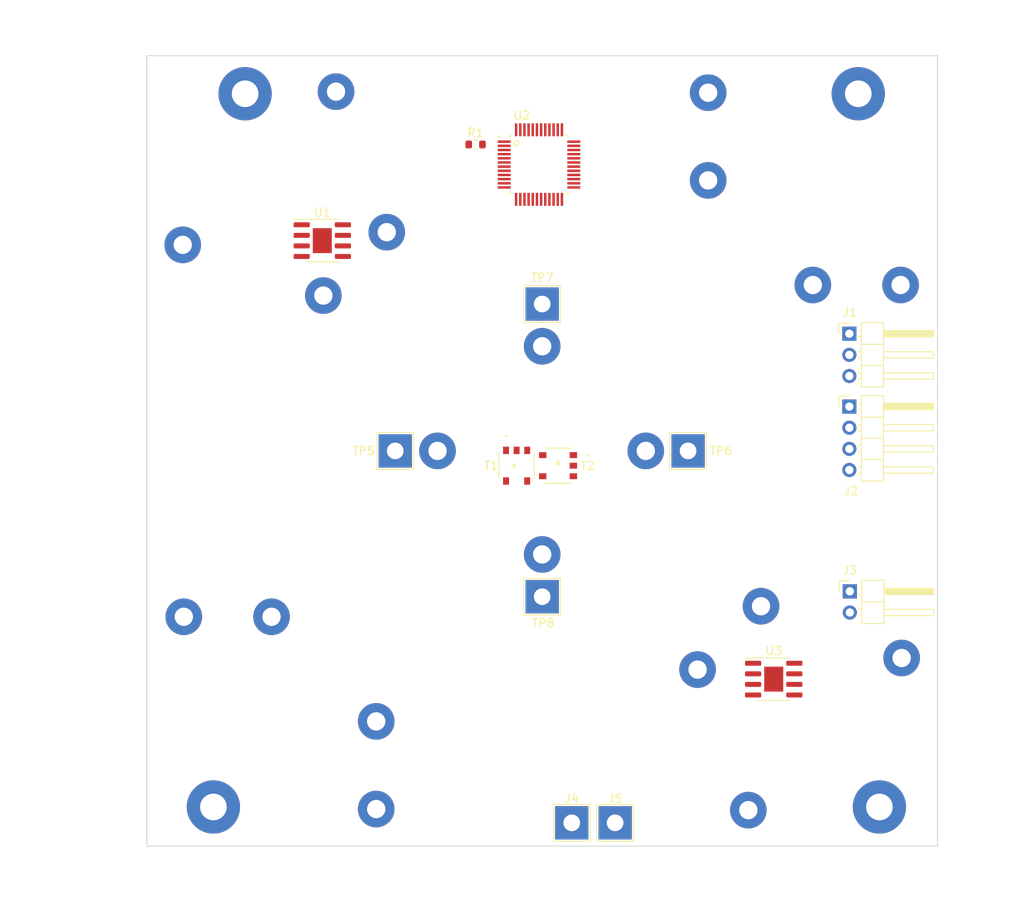
<source format=kicad_pcb>
(kicad_pcb (version 20211014) (generator pcbnew)
  (layers (0 "F.Cu" signal) (1 "In1.Cu" signal) (2 "In2.Cu" signal) (31 "B.Cu" signal) (34 "B.Paste" user) (35 "F.Paste" user) (36 "B.SilkS" user "B.Silkscreen") (37 "F.SilkS" user "F.Silkscreen") (38 "B.Mask" user) (39 "F.Mask" user) (44 "Edge.Cuts" user))
  (net 0 "")
  (net 5 "+3V3")
  (net 6 "GND")
  (net 7 "POWER_EN_R")
  (net 8 "I2C1-SDA")
  (net 9 "I2C1-SCK")
  (net 11 "I2C2-SCK")
  (net 12 "I2C2-SDA")
  (net 13 "SYS-GPIO5")
  (net 14 "SYS-GPIO2")
  (net 15 "SYS-GPIO4")
  (net 16 "SYS-GPIO1")
  (net 17 "SYS-GPIO3")
  (net 18 "SYS-GPIO0")
  (net 19 "NRST")
  (net 22 "SWCLK")
  (net 23 "SWDIO")
  (net 24 "Net-(U2-Pad1)")
  (net 34 "POWER_EN")
  (net 35 "Enable-146")
  (net 36 "Enable-436")
  (net 39 "TEMP-ALERT")
  (net 52 "/BOOT0")
  (net 67 "Net-(J4-Pad1)")
  (net 68 "Net-(J5-Pad1)")
  (net 69 "TO-436-Antenna-2")
  (net 71 "TO-436-Antenna-1")
  (net 72 "TO-146-Antenna-2")
  (net 74 "TO-146-Antenna-1")
  (footprint "MountingHole:MountingHole_2.2mm_M2_Pad_TopBottom" (layer "F.Cu") (at 189.357 75.438)
    (fp_text reference "H24")
    (fp_text value "2.1mm")
    (pad "1" connect circle (at 0 0) (size 4.4 4.4) (layers "F.Cu" "F.Mask"))
    (pad "1" connect circle (at 0 0) (size 4.4 4.4) (layers "B.Cu" "B.Mask"))
    (pad "1" thru_hole circle (at 0 0) (size 2.6 2.6) (drill 2.2) (layers *.Cu *.Mask))
  )
  (footprint "MountingHole:MountingHole_3.2mm_M3_Pad_TopBottom" (layer "F.Cu") (at 194.818 52.451)
    (fp_text reference "H2")
    (fp_text value "MountingHole_Pad")
    (pad "1" connect circle locked (at 0 0) (size 6.4 6.4) (layers "B.Cu" "B.Mask"))
    (pad "1" connect circle locked (at 0 0) (size 6.4 6.4) (layers "F.Cu" "F.Mask"))
    (pad "1" thru_hole circle locked (at 0 0) (size 3.6 3.6) (drill 3.2) (layers *.Cu *.Mask))
  )
  (footprint "MountingHole:MountingHole_2.2mm_M2_Pad_TopBottom" (layer "F.Cu") (at 124.333 115.316)
    (fp_text reference "H7")
    (fp_text value "2.1mm")
    (pad "1" connect circle (at 0 0) (size 4.4 4.4) (layers "F.Cu" "F.Mask"))
    (pad "1" connect circle (at 0 0) (size 4.4 4.4) (layers "B.Cu" "B.Mask"))
    (pad "1" thru_hole circle (at 0 0) (size 2.6 2.6) (drill 2.2) (layers *.Cu *.Mask))
  )
  (footprint "TestPoint:TestPoint_THTPad_4.0x4.0mm_Drill2.0mm" (layer "F.Cu") (at 174.371 95.377)
    (fp_text reference "TP6" (at 3.937 0) (layer "F.SilkS"))
    (fp_text value "TestPoint")
    (fp_line (start -2.2 -2.2) (end 2.2 -2.2) (layer "F.SilkS") (width 0.12))
    (fp_line (start -2.2 2.2) (end -2.2 -2.2) (layer "F.SilkS") (width 0.12))
    (fp_line (start 2.2 -2.2) (end 2.2 2.2) (layer "F.SilkS") (width 0.12))
    (fp_line (start 2.2 2.2) (end -2.2 2.2) (layer "F.SilkS") (width 0.12))
    (pad "1" thru_hole rect (at 0 0) (size 4 4) (drill 2) (layers *.Cu *.Mask) (net 69 "TO-436-Antenna-2"))
  )
  (footprint "TestPoint:TestPoint_THTPad_4.0x4.0mm_Drill2.0mm" (layer "F.Cu") (at 139.192 95.377)
    (fp_text reference "TP5" (at -3.81 0) (layer "F.SilkS"))
    (fp_text value "TestPoint")
    (fp_line (start 2.2 2.2) (end -2.2 2.2) (layer "F.SilkS") (width 0.12))
    (fp_line (start -2.2 -2.2) (end 2.2 -2.2) (layer "F.SilkS") (width 0.12))
    (fp_line (start -2.2 2.2) (end -2.2 -2.2) (layer "F.SilkS") (width 0.12))
    (fp_line (start 2.2 -2.2) (end 2.2 2.2) (layer "F.SilkS") (width 0.12))
    (pad "1" thru_hole rect (at 0 0) (size 4 4) (drill 2) (layers *.Cu *.Mask) (net 71 "TO-436-Antenna-1"))
  )
  (footprint "Connector_PinHeader_2.54mm:PinHeader_1x02_P2.54mm_Horizontal" (layer "F.Cu") (at 193.802 112.263)
    (fp_text reference "J3" (at 0 -2.535) (layer "F.SilkS"))
    (fp_text value "Conn_01x02_Male")
    (fp_line (start 10.1 -0.38) (end 10.1 0.38) (layer "F.SilkS") (width 0.12))
    (fp_line (start 10.1 2.16) (end 10.1 2.92) (layer "F.SilkS") (width 0.12))
    (fp_line (start 1.042929 2.92) (end 1.44 2.92) (layer "F.SilkS") (width 0.12))
    (fp_line (start 4.1 0.28) (end 10.1 0.28) (layer "F.SilkS") (width 0.12))
    (fp_line (start 4.1 0.04) (end 10.1 0.04) (layer "F.SilkS") (width 0.12))
    (fp_line (start 4.1 3.87) (end 4.1 -1.33) (layer "F.SilkS") (width 0.12))
    (fp_line (start -1.27 0) (end -1.27 -1.27) (layer "F.SilkS") (width 0.12))
    (fp_line (start -1.27 -1.27) (end 0 -1.27) (layer "F.SilkS") (width 0.12))
    (fp_line (start 1.44 1.27) (end 4.1 1.27) (layer "F.SilkS") (width 0.12))
    (fp_line (start 4.1 -0.2) (end 10.1 -0.2) (layer "F.SilkS") (width 0.12))
    (fp_line (start 4.1 2.16) (end 10.1 2.16) (layer "F.SilkS") (width 0.12))
    (fp_line (start 1.11 -0.38) (end 1.44 -0.38) (layer "F.SilkS") (width 0.12))
    (fp_line (start 1.11 0.38) (end 1.44 0.38) (layer "F.SilkS") (width 0.12))
    (fp_line (start 1.042929 2.16) (end 1.44 2.16) (layer "F.SilkS") (width 0.12))
    (fp_line (start 4.1 -0.32) (end 10.1 -0.32) (layer "F.SilkS") (width 0.12))
    (fp_line (start 4.1 -0.08) (end 10.1 -0.08) (layer "F.SilkS") (width 0.12))
    (fp_line (start 1.44 -1.33) (end 1.44 3.87) (layer "F.SilkS") (width 0.12))
    (fp_line (start 10.1 2.92) (end 4.1 2.92) (layer "F.SilkS") (width 0.12))
    (fp_line (start 4.1 -0.38) (end 10.1 -0.38) (layer "F.SilkS") (width 0.12))
    (fp_line (start 4.1 -1.33) (end 1.44 -1.33) (layer "F.SilkS") (width 0.12))
    (fp_line (start 10.1 0.38) (end 4.1 0.38) (layer "F.SilkS") (width 0.12))
    (fp_line (start 1.44 3.87) (end 4.1 3.87) (layer "F.SilkS") (width 0.12))
    (fp_line (start 4.1 0.16) (end 10.1 0.16) (layer "F.SilkS") (width 0.12))
    (pad "1" thru_hole rect (at 0 0) (size 1.7 1.7) (drill 1) (layers *.Cu *.Mask) (net 7 "POWER_EN_R"))
    (pad "2" thru_hole oval (at 0 2.54) (size 1.7 1.7) (drill 1) (layers *.Cu *.Mask) (net 6 "GND"))
  )
  (footprint "MountingHole:MountingHole_2.2mm_M2_Pad_TopBottom" (layer "F.Cu") (at 136.906 138.43)
    (fp_text reference "H6")
    (fp_text value "2.1mm")
    (pad "1" connect circle (at 0 0) (size 4.4 4.4) (layers "F.Cu" "F.Mask"))
    (pad "1" thru_hole circle (at 0 0) (size 2.6 2.6) (drill 2.2) (layers *.Cu *.Mask))
    (pad "1" connect circle (at 0 0) (size 4.4 4.4) (layers "B.Cu" "B.Mask"))
  )
  (footprint "MountingHole:MountingHole_3.2mm_M3_Pad_TopBottom" (layer "F.Cu") (at 121.158 52.451)
    (fp_text reference "H1")
    (fp_text value "MountingHole_Pad")
    (pad "1" thru_hole circle locked (at 0 0) (size 3.6 3.6) (drill 3.2) (layers *.Cu *.Mask))
    (pad "1" connect circle locked (at 0 0) (size 6.4 6.4) (layers "F.Cu" "F.Mask"))
    (pad "1" connect circle locked (at 0 0) (size 6.4 6.4) (layers "B.Cu" "B.Mask"))
  )
  (footprint "MountingHole:MountingHole_2.2mm_M2_Pad_TopBottom" (layer "F.Cu") (at 138.176 69.088)
    (fp_text reference "H20")
    (fp_text value "2.1mm")
    (pad "1" connect circle (at 0 0) (size 4.4 4.4) (layers "F.Cu" "F.Mask"))
    (pad "1" thru_hole circle (at 0 0) (size 2.6 2.6) (drill 2.2) (layers *.Cu *.Mask))
    (pad "1" connect circle (at 0 0) (size 4.4 4.4) (layers "B.Cu" "B.Mask"))
  )
  (footprint "MountingHole:MountingHole_2.2mm_M2_Pad_TopBottom" (layer "F.Cu") (at 113.792 115.316)
    (fp_text reference "H8")
    (fp_text value "2.1mm")
    (pad "1" connect circle (at 0 0) (size 4.4 4.4) (layers "B.Cu" "B.Mask"))
    (pad "1" connect circle (at 0 0) (size 4.4 4.4) (layers "F.Cu" "F.Mask"))
    (pad "1" thru_hole circle (at 0 0) (size 2.6 2.6) (drill 2.2) (layers *.Cu *.Mask))
  )
  (footprint "MountingHole:MountingHole_2.2mm_M2_Pad_TopBottom" (layer "F.Cu") (at 200.025 120.269)
    (fp_text reference "H10")
    (fp_text value "2.1mm")
    (pad "1" thru_hole circle (at 0 0) (size 2.6 2.6) (drill 2.2) (layers *.Cu *.Mask))
    (pad "1" connect circle (at 0 0) (size 4.4 4.4) (layers "F.Cu" "F.Mask"))
    (pad "1" connect circle (at 0 0) (size 4.4 4.4) (layers "B.Cu" "B.Mask"))
  )
  (footprint "MountingHole:MountingHole_2.2mm_M2_Pad_TopBottom" (layer "F.Cu") (at 144.272 95.377)
    (fp_text reference "H17")
    (fp_text value "2.1mm")
    (pad "1" connect circle (at 0 0) (size 4.4 4.4) (layers "B.Cu" "B.Mask"))
    (pad "1" thru_hole circle (at 0 0) (size 2.6 2.6) (drill 2.2) (layers *.Cu *.Mask))
    (pad "1" connect circle (at 0 0) (size 4.4 4.4) (layers "F.Cu" "F.Mask"))
  )
  (footprint "TestPoint:TestPoint_THTPad_4.0x4.0mm_Drill2.0mm" (layer "F.Cu") (at 156.845 77.724)
    (fp_text reference "TP7" (at 0 -3.175) (layer "F.SilkS"))
    (fp_text value "TestPoint")
    (fp_line (start 2.2 2.2) (end -2.2 2.2) (layer "F.SilkS") (width 0.12))
    (fp_line (start 2.2 -2.2) (end 2.2 2.2) (layer "F.SilkS") (width 0.12))
    (fp_line (start -2.2 2.2) (end -2.2 -2.2) (layer "F.SilkS") (width 0.12))
    (fp_line (start -2.2 -2.2) (end 2.2 -2.2) (layer "F.SilkS") (width 0.12))
    (pad "1" thru_hole rect (at 0 0) (size 4 4) (drill 2) (layers *.Cu *.Mask) (net 74 "TO-146-Antenna-1"))
  )
  (footprint "Resistor_SMD:R_0603_1608Metric" (layer "F.Cu") (at 148.844 58.547)
    (fp_text reference "R1" (at 0 -1.43) (layer "F.SilkS"))
    (fp_text value "100k")
    (fp_line (start -0.237258 0.5225) (end 0.237258 0.5225) (layer "F.SilkS") (width 0.12))
    (fp_line (start -0.237258 -0.5225) (end 0.237258 -0.5225) (layer "F.SilkS") (width 0.12))
    (pad "1" smd roundrect (at -0.825 0) (size 0.8 0.95) (layers "F.Cu" "F.Paste" "F.Mask") (net 34 "POWER_EN"))
    (pad "2" smd roundrect (at 0.825 0) (size 0.8 0.95) (layers "F.Cu" "F.Paste" "F.Mask") (net 7 "POWER_EN_R"))
  )
  (footprint "TestPoint:TestPoint_THTPad_4.0x4.0mm_Drill2.0mm" (layer "F.Cu") (at 160.401 140.081)
    (fp_text reference "J4" (at 0 -2.898) (layer "F.SilkS"))
    (fp_text value "Conn_Coaxial")
    (fp_line (start -2.2 -2.2) (end 2.2 -2.2) (layer "F.SilkS") (width 0.12))
    (fp_line (start -2.2 2.2) (end -2.2 -2.2) (layer "F.SilkS") (width 0.12))
    (fp_line (start 2.2 2.2) (end -2.2 2.2) (layer "F.SilkS") (width 0.12))
    (fp_line (start 2.2 -2.2) (end 2.2 2.2) (layer "F.SilkS") (width 0.12))
    (pad "1" thru_hole rect (at 0 0) (size 4 4) (drill 2) (layers *.Cu *.Mask) (net 67 "Net-(J4-Pad1)"))
  )
  (footprint "MountingHole:MountingHole_3.2mm_M3_Pad_TopBottom" (layer "F.Cu") (at 117.348 138.176)
    (fp_text reference "H4")
    (fp_text value "MountingHole_Pad")
    (pad "1" connect circle locked (at 0 0) (size 6.4 6.4) (layers "F.Cu" "F.Mask"))
    (pad "1" connect circle locked (at 0 0) (size 6.4 6.4) (layers "B.Cu" "B.Mask"))
    (pad "1" thru_hole circle locked (at 0 0) (size 3.6 3.6) (drill 3.2) (layers *.Cu *.Mask))
  )
  (footprint "MountingHole:MountingHole_2.2mm_M2_Pad_TopBottom" (layer "F.Cu") (at 183.134 114.046)
    (fp_text reference "H12")
    (fp_text value "2.1mm")
    (pad "1" connect circle (at 0 0) (size 4.4 4.4) (layers "F.Cu" "F.Mask"))
    (pad "1" thru_hole circle (at 0 0) (size 2.6 2.6) (drill 2.2) (layers *.Cu *.Mask))
    (pad "1" connect circle (at 0 0) (size 4.4 4.4) (layers "B.Cu" "B.Mask"))
  )
  (footprint "MountingHole:MountingHole_2.2mm_M2_Pad_TopBottom" (layer "F.Cu") (at 176.784 52.324)
    (fp_text reference "H22")
    (fp_text value "2.1mm")
    (pad "1" connect circle (at 0 0) (size 4.4 4.4) (layers "B.Cu" "B.Mask"))
    (pad "1" connect circle (at 0 0) (size 4.4 4.4) (layers "F.Cu" "F.Mask"))
    (pad "1" thru_hole circle (at 0 0) (size 2.6 2.6) (drill 2.2) (layers *.Cu *.Mask))
  )
  (footprint "MountingHole:MountingHole_2.2mm_M2_Pad_TopBottom" (layer "F.Cu") (at 175.514 121.666)
    (fp_text reference "H11")
    (fp_text value "2.1mm")
    (pad "1" thru_hole circle (at 0 0) (size 2.6 2.6) (drill 2.2) (layers *.Cu *.Mask))
    (pad "1" connect circle (at 0 0) (size 4.4 4.4) (layers "B.Cu" "B.Mask"))
    (pad "1" connect circle (at 0 0) (size 4.4 4.4) (layers "F.Cu" "F.Mask"))
  )
  (footprint "MountingHole:MountingHole_2.2mm_M2_Pad_TopBottom" (layer "F.Cu") (at 199.898 75.438)
    (fp_text reference "H21")
    (fp_text value "2.1mm")
    (pad "1" connect circle (at 0 0) (size 4.4 4.4) (layers "B.Cu" "B.Mask"))
    (pad "1" connect circle (at 0 0) (size 4.4 4.4) (layers "F.Cu" "F.Mask"))
    (pad "1" thru_hole circle (at 0 0) (size 2.6 2.6) (drill 2.2) (layers *.Cu *.Mask))
  )
  (footprint "MountingHole:MountingHole_2.2mm_M2_Pad_TopBottom" (layer "F.Cu") (at 132.08 52.197)
    (fp_text reference "H18")
    (fp_text value "2.1mm")
    (pad "1" connect circle (at 0 0) (size 4.4 4.4) (layers "B.Cu" "B.Mask"))
    (pad "1" connect circle (at 0 0) (size 4.4 4.4) (layers "F.Cu" "F.Mask"))
    (pad "1" thru_hole circle (at 0 0) (size 2.6 2.6) (drill 2.2) (layers *.Cu *.Mask))
  )
  (footprint "TestPoint:TestPoint_THTPad_4.0x4.0mm_Drill2.0mm" (layer "F.Cu") (at 165.608 140.081)
    (fp_text reference "J5" (at 0 -2.898) (layer "F.SilkS"))
    (fp_text value "Conn_Coaxial")
    (fp_line (start 2.2 2.2) (end -2.2 2.2) (layer "F.SilkS") (width 0.12))
    (fp_line (start -2.2 -2.2) (end 2.2 -2.2) (layer "F.SilkS") (width 0.12))
    (fp_line (start 2.2 -2.2) (end 2.2 2.2) (layer "F.SilkS") (width 0.12))
    (fp_line (start -2.2 2.2) (end -2.2 -2.2) (layer "F.SilkS") (width 0.12))
    (pad "1" thru_hole rect (at 0 0) (size 4 4) (drill 2) (layers *.Cu *.Mask) (net 68 "Net-(J5-Pad1)"))
  )
  (footprint "MountingHole:MountingHole_2.2mm_M2_Pad_TopBottom" (layer "F.Cu") (at 156.845 82.804)
    (fp_text reference "H15")
    (fp_text value "2.1mm")
    (pad "1" connect circle (at 0 0) (size 4.4 4.4) (layers "B.Cu" "B.Mask"))
    (pad "1" connect circle (at 0 0) (size 4.4 4.4) (layers "F.Cu" "F.Mask"))
    (pad "1" thru_hole circle (at 0 0) (size 2.6 2.6) (drill 2.2) (layers *.Cu *.Mask))
  )
  (footprint "qset-footprints:MABA-007159-000000" (layer "F.Cu") (at 158.75 97.155 180)
    (fp_text reference "T2" (at -3.556 -0.0254) (layer "F.SilkS"))
    (fp_text value "MABA-007159-000000")
    (fp_text user "*" (at 0 0) (layer "F.SilkS"))
    (fp_line (start -1.524 2.1082) (end 1.524 2.1082) (layer "F.SilkS") (width 0.12))
    (fp_line (start 1.524 -2.1082) (end -1.524 -2.1082) (layer "F.SilkS") (width 0.12))
    (fp_circle (center -3.6068 1.27) (end -3.5052 1.27) (layer "F.SilkS") (width 0.12) (fill none))
    (pad "1" smd rect locked (at -1.8415 1.27 180) (size 0.889 0.7112) (layers "F.Cu" "F.Paste" "F.Mask") (net 74 "TO-146-Antenna-1"))
    (pad "2" smd rect locked (at -1.8415 0 180) (size 0.889 0.7112) (layers "F.Cu" "F.Paste" "F.Mask"))
    (pad "3" smd rect locked (at -1.8415 -1.27 180) (size 0.889 0.7112) (layers "F.Cu" "F.Paste" "F.Mask") (net 72 "TO-146-Antenna-2"))
    (pad "4" smd rect locked (at 1.8415 -1.27 180) (size 0.889 0.7112) (layers "F.Cu" "F.Paste" "F.Mask") (net 6 "GND"))
    (pad "5" smd rect locked (at 1.8415 1.27 180) (size 0.889 0.7112) (layers "F.Cu" "F.Paste" "F.Mask") (net 68 "Net-(J5-Pad1)"))
  )
  (footprint "Connector_PinHeader_2.54mm:PinHeader_1x04_P2.54mm_Horizontal" (layer "F.Cu") (at 193.745 90.053)
    (fp_text reference "J2" (at 0.184 10.15) (layer "F.SilkS"))
    (fp_text value "Conn_01x04")
    (fp_line (start 4.1 7.24) (end 10.1 7.24) (layer "F.SilkS") (width 0.12))
    (fp_line (start 1.11 -0.38) (end 1.44 -0.38) (layer "F.SilkS") (width 0.12))
    (fp_line (start 10.1 4.7) (end 10.1 5.46) (layer "F.SilkS") (width 0.12))
    (fp_line (start 1.44 6.35) (end 4.1 6.35) (layer "F.SilkS") (width 0.12))
    (fp_line (start 1.042929 5.46) (end 1.44 5.46) (layer "F.SilkS") (width 0.12))
    (fp_line (start 10.1 7.24) (end 10.1 8) (layer "F.SilkS") (width 0.12))
    (fp_line (start 1.042929 8) (end 1.44 8) (layer "F.SilkS") (width 0.12))
    (fp_line (start 1.042929 4.7) (end 1.44 4.7) (layer "F.SilkS") (width 0.12))
    (fp_line (start 1.44 -1.33) (end 1.44 8.95) (layer "F.SilkS") (width 0.12))
    (fp_line (start 1.44 1.27) (end 4.1 1.27) (layer "F.SilkS") (width 0.12))
    (fp_line (start 4.1 4.7) (end 10.1 4.7) (layer "F.SilkS") (width 0.12))
    (fp_line (start 4.1 0.04) (end 10.1 0.04) (layer "F.SilkS") (width 0.12))
    (fp_line (start 4.1 8.95) (end 4.1 -1.33) (layer "F.SilkS") (width 0.12))
    (fp_line (start 4.1 0.16) (end 10.1 0.16) (layer "F.SilkS") (width 0.12))
    (fp_line (start 10.1 5.46) (end 4.1 5.46) (layer "F.SilkS") (width 0.12))
    (fp_line (start 10.1 2.16) (end 10.1 2.92) (layer "F.SilkS") (width 0.12))
    (fp_line (start 1.042929 2.16) (end 1.44 2.16) (layer "F.SilkS") (width 0.12))
    (fp_line (start 1.042929 7.24) (end 1.44 7.24) (layer "F.SilkS") (width 0.12))
    (fp_line (start 10.1 8) (end 4.1 8) (layer "F.SilkS") (width 0.12))
    (fp_line (start 1.44 3.81) (end 4.1 3.81) (layer "F.SilkS") (width 0.12))
    (fp_line (start 4.1 -0.2) (end 10.1 -0.2) (layer "F.SilkS") (width 0.12))
    (fp_line (start 4.1 -1.33) (end 1.44 -1.33) (layer "F.SilkS") (width 0.12))
    (fp_line (start 1.44 8.95) (end 4.1 8.95) (layer "F.SilkS") (width 0.12))
    (fp_line (start -1.27 -1.27) (end 0 -1.27) (layer "F.SilkS") (width 0.12))
    (fp_line (start 4.1 2.16) (end 10.1 2.16) (layer "F.SilkS") (width 0.12))
    (fp_line (start 4.1 -0.08) (end 10.1 -0.08) (layer "F.SilkS") (width 0.12))
    (fp_line (start -1.27 0) (end -1.27 -1.27) (layer "F.SilkS") (width 0.12))
    (fp_line (start 1.042929 2.92) (end 1.44 2.92) (layer "F.SilkS") (width 0.12))
    (fp_line (start 4.1 -0.32) (end 10.1 -0.32) (layer "F.SilkS") (width 0.12))
    (fp_line (start 10.1 -0.38) (end 10.1 0.38) (layer "F.SilkS") (width 0.12))
    (fp_line (start 1.11 0.38) (end 1.44 0.38) (layer "F.SilkS") (width 0.12))
    (fp_line (start 4.1 -0.38) (end 10.1 -0.38) (layer "F.SilkS") (width 0.12))
    (fp_line (start 4.1 0.28) (end 10.1 0.28) (layer "F.SilkS") (width 0.12))
    (fp_line (start 10.1 0.38) (end 4.1 0.38) (layer "F.SilkS") (width 0.12))
    (fp_line (start 10.1 2.92) (end 4.1 2.92) (layer "F.SilkS") (width 0.12))
    (pad "1" thru_hole rect (at 0 0) (size 1.7 1.7) (drill 1) (layers *.Cu *.Mask) (net 5 "+3V3"))
    (pad "2" thru_hole oval (at 0 2.54) (size 1.7 1.7) (drill 1) (layers *.Cu *.Mask) (net 8 "I2C1-SDA"))
    (pad "3" thru_hole oval (at 0 5.08) (size 1.7 1.7) (drill 1) (layers *.Cu *.Mask) (net 9 "I2C1-SCK"))
    (pad "4" thru_hole oval (at 0 7.62) (size 1.7 1.7) (drill 1) (layers *.Cu *.Mask) (net 6 "GND"))
  )
  (footprint "Package_SO:SOIC-8-1EP_3.9x4.9mm_P1.27mm_EP2.29x3mm" (layer "F.Cu") (at 130.429 70.104)
    (fp_text reference "U1" (at 0 -3.4) (layer "F.SilkS"))
    (fp_text value "SC4216HSETRT")
    (fp_line (start 0 -2.56) (end -3.45 -2.56) (layer "F.SilkS") (width 0.12))
    (fp_line (start 0 2.56) (end -1.95 2.56) (layer "F.SilkS") (width 0.12))
    (fp_line (start 0 2.56) (end 1.95 2.56) (layer "F.SilkS") (width 0.12))
    (fp_line (start 0 -2.56) (end 1.95 -2.56) (layer "F.SilkS") (width 0.12))
    (pad "1" smd roundrect (at -2.475 -1.905) (size 1.95 0.6) (layers "F.Cu" "F.Paste" "F.Mask"))
    (pad "2" smd roundrect (at -2.475 -0.635) (size 1.95 0.6) (layers "F.Cu" "F.Paste" "F.Mask"))
    (pad "3" smd roundrect (at -2.475 0.635) (size 1.95 0.6) (layers "F.Cu" "F.Paste" "F.Mask"))
    (pad "4" smd roundrect (at -2.475 1.905) (size 1.95 0.6) (layers "F.Cu" "F.Paste" "F.Mask"))
    (pad "5" smd roundrect (at 2.475 1.905) (size 1.95 0.6) (layers "F.Cu" "F.Paste" "F.Mask"))
    (pad "6" smd roundrect (at 2.475 0.635) (size 1.95 0.6) (layers "F.Cu" "F.Paste" "F.Mask"))
    (pad "7" smd roundrect (at 2.475 -0.635) (size 1.95 0.6) (layers "F.Cu" "F.Paste" "F.Mask"))
    (pad "8" smd roundrect (at 2.475 -1.905) (size 1.95 0.6) (layers "F.Cu" "F.Paste" "F.Mask"))
    (pad "9" smd rect (at 0 0) (size 2.29 3) (layers "F.Cu" "F.Mask"))
  )
  (footprint "MountingHole:MountingHole_2.2mm_M2_Pad_TopBottom" (layer "F.Cu") (at 130.556 76.708)
    (fp_text reference "H19")
    (fp_text value "2.1mm")
    (pad "1" connect circle (at 0 0) (size 4.4 4.4) (layers "F.Cu" "F.Mask"))
    (pad "1" connect circle (at 0 0) (size 4.4 4.4) (layers "B.Cu" "B.Mask"))
    (pad "1" thru_hole circle (at 0 0) (size 2.6 2.6) (drill 2.2) (layers *.Cu *.Mask))
  )
  (footprint "TestPoint:TestPoint_THTPad_4.0x4.0mm_Drill2.0mm" (layer "F.Cu") (at 156.845 112.903)
    (fp_text reference "TP8" (at 0.127 3.175) (layer "F.SilkS"))
    (fp_text value "TestPoint")
    (fp_line (start 2.2 2.2) (end -2.2 2.2) (layer "F.SilkS") (width 0.12))
    (fp_line (start -2.2 2.2) (end -2.2 -2.2) (layer "F.SilkS") (width 0.12))
    (fp_line (start -2.2 -2.2) (end 2.2 -2.2) (layer "F.SilkS") (width 0.12))
    (fp_line (start 2.2 -2.2) (end 2.2 2.2) (layer "F.SilkS") (width 0.12))
    (pad "1" thru_hole rect (at 0 0) (size 4 4) (drill 2) (layers *.Cu *.Mask) (net 72 "TO-146-Antenna-2"))
  )
  (footprint "Package_SO:SOIC-8-1EP_3.9x4.9mm_P1.27mm_EP2.29x3mm" (layer "F.Cu") (at 184.658 122.809)
    (fp_text reference "U3" (at 0 -3.4) (layer "F.SilkS"))
    (fp_text value "SC4216HSETRT")
    (fp_line (start 0 -2.56) (end -3.45 -2.56) (layer "F.SilkS") (width 0.12))
    (fp_line (start 0 -2.56) (end 1.95 -2.56) (layer "F.SilkS") (width 0.12))
    (fp_line (start 0 2.56) (end -1.95 2.56) (layer "F.SilkS") (width 0.12))
    (fp_line (start 0 2.56) (end 1.95 2.56) (layer "F.SilkS") (width 0.12))
    (pad "1" smd roundrect (at -2.475 -1.905) (size 1.95 0.6) (layers "F.Cu" "F.Paste" "F.Mask"))
    (pad "2" smd roundrect (at -2.475 -0.635) (size 1.95 0.6) (layers "F.Cu" "F.Paste" "F.Mask"))
    (pad "3" smd roundrect (at -2.475 0.635) (size 1.95 0.6) (layers "F.Cu" "F.Paste" "F.Mask"))
    (pad "4" smd roundrect (at -2.475 1.905) (size 1.95 0.6) (layers "F.Cu" "F.Paste" "F.Mask"))
    (pad "5" smd roundrect (at 2.475 1.905) (size 1.95 0.6) (layers "F.Cu" "F.Paste" "F.Mask"))
    (pad "6" smd roundrect (at 2.475 0.635) (size 1.95 0.6) (layers "F.Cu" "F.Paste" "F.Mask"))
    (pad "7" smd roundrect (at 2.475 -0.635) (size 1.95 0.6) (layers "F.Cu" "F.Paste" "F.Mask"))
    (pad "8" smd roundrect (at 2.475 -1.905) (size 1.95 0.6) (layers "F.Cu" "F.Paste" "F.Mask"))
    (pad "9" smd rect (at 0 0) (size 2.29 3) (layers "F.Cu" "F.Mask"))
  )
  (footprint "Connector_PinHeader_2.54mm:PinHeader_1x03_P2.54mm_Horizontal" (layer "F.Cu") (at 193.745 81.295)
    (fp_text reference "J1" (at 0.057 -2.555) (layer "F.SilkS"))
    (fp_text value "Conn_01x03")
    (fp_line (start 10.1 0.38) (end 4.1 0.38) (layer "F.SilkS") (width 0.12))
    (fp_line (start 1.11 0.38) (end 1.44 0.38) (layer "F.SilkS") (width 0.12))
    (fp_line (start 4.1 2.16) (end 10.1 2.16) (layer "F.SilkS") (width 0.12))
    (fp_line (start 10.1 -0.38) (end 10.1 0.38) (layer "F.SilkS") (width 0.12))
    (fp_line (start 1.44 6.41) (end 4.1 6.41) (layer "F.SilkS") (width 0.12))
    (fp_line (start 4.1 -0.32) (end 10.1 -0.32) (layer "F.SilkS") (width 0.12))
    (fp_line (start -1.27 0) (end -1.27 -1.27) (layer "F.SilkS") (width 0.12))
    (fp_line (start 4.1 0.28) (end 10.1 0.28) (layer "F.SilkS") (width 0.12))
    (fp_line (start 4.1 -0.2) (end 10.1 -0.2) (layer "F.SilkS") (width 0.12))
    (fp_line (start 4.1 0.16) (end 10.1 0.16) (layer "F.SilkS") (width 0.12))
    (fp_line (start -1.27 -1.27) (end 0 -1.27) (layer "F.SilkS") (width 0.12))
    (fp_line (start 4.1 0.04) (end 10.1 0.04) (layer "F.SilkS") (width 0.12))
    (fp_line (start 10.1 2.16) (end 10.1 2.92) (layer "F.SilkS") (width 0.12))
    (fp_line (start 10.1 4.7) (end 10.1 5.46) (layer "F.SilkS") (width 0.12))
    (fp_line (start 10.1 5.46) (end 4.1 5.46) (layer "F.SilkS") (width 0.12))
    (fp_line (start 4.1 -0.38) (end 10.1 -0.38) (layer "F.SilkS") (width 0.12))
    (fp_line (start 1.042929 4.7) (end 1.44 4.7) (layer "F.SilkS") (width 0.12))
    (fp_line (start 1.042929 2.92) (end 1.44 2.92) (layer "F.SilkS") (width 0.12))
    (fp_line (start 4.1 6.41) (end 4.1 -1.33) (layer "F.SilkS") (width 0.12))
    (fp_line (start 1.11 -0.38) (end 1.44 -0.38) (layer "F.SilkS") (width 0.12))
    (fp_line (start 10.1 2.92) (end 4.1 2.92) (layer "F.SilkS") (width 0.12))
    (fp_line (start 1.042929 2.16) (end 1.44 2.16) (layer "F.SilkS") (width 0.12))
    (fp_line (start 4.1 4.7) (end 10.1 4.7) (layer "F.SilkS") (width 0.12))
    (fp_line (start 1.042929 5.46) (end 1.44 5.46) (layer "F.SilkS") (width 0.12))
    (fp_line (start 4.1 -0.08) (end 10.1 -0.08) (layer "F.SilkS") (width 0.12))
    (fp_line (start 1.44 3.81) (end 4.1 3.81) (layer "F.SilkS") (width 0.12))
    (fp_line (start 1.44 -1.33) (end 1.44 6.41) (layer "F.SilkS") (width 0.12))
    (fp_line (start 4.1 -1.33) (end 1.44 -1.33) (layer "F.SilkS") (width 0.12))
    (fp_line (start 1.44 1.27) (end 4.1 1.27) (layer "F.SilkS") (width 0.12))
    (pad "1" thru_hole rect (at 0 0) (size 1.7 1.7) (drill 1) (layers *.Cu *.Mask) (net 23 "SWDIO"))
    (pad "2" thru_hole oval (at 0 2.54) (size 1.7 1.7) (drill 1) (layers *.Cu *.Mask) (net 22 "SWCLK"))
    (pad "3" thru_hole oval (at 0 5.08) (size 1.7 1.7) (drill 1) (layers *.Cu *.Mask) (net 19 "NRST"))
  )
  (footprint "qset-footprints:MABA-007159-000000" (layer "F.Cu") (at 153.7716 97.155 -90)
    (fp_text reference "T1" (at 0 3.048) (layer "F.SilkS"))
    (fp_text value "MABA-007159-000000")
    (fp_text user "*" (at 0 0 90) (layer "F.SilkS"))
    (fp_line (start -1.524 2.1082) (end 1.524 2.1082) (layer "F.SilkS") (width 0.12))
    (fp_line (start 1.524 -2.1082) (end -1.524 -2.1082) (layer "F.SilkS") (width 0.12))
    (fp_circle (center -3.6068 1.27) (end -3.5052 1.27) (layer "F.SilkS") (width 0.12) (fill none))
    (pad "1" smd rect locked (at -1.8415 1.27 270) (size 0.889 0.7112) (layers "F.Cu" "F.Paste" "F.Mask") (net 71 "TO-436-Antenna-1"))
    (pad "2" smd rect locked (at -1.8415 0 270) (size 0.889 0.7112) (layers "F.Cu" "F.Paste" "F.Mask"))
    (pad "3" smd rect locked (at -1.8415 -1.27 270) (size 0.889 0.7112) (layers "F.Cu" "F.Paste" "F.Mask") (net 69 "TO-436-Antenna-2"))
    (pad "4" smd rect locked (at 1.8415 -1.27 270) (size 0.889 0.7112) (layers "F.Cu" "F.Paste" "F.Mask") (net 6 "GND"))
    (pad "5" smd rect locked (at 1.8415 1.27 270) (size 0.889 0.7112) (layers "F.Cu" "F.Paste" "F.Mask") (net 67 "Net-(J4-Pad1)"))
  )
  (footprint "MountingHole:MountingHole_3.2mm_M3_Pad_TopBottom" (layer "F.Cu") (at 197.358 138.176)
    (fp_text reference "H3")
    (fp_text value "MountingHole_Pad")
    (pad "1" thru_hole circle locked (at 0 0) (size 3.6 3.6) (drill 3.2) (layers *.Cu *.Mask))
    (pad "1" connect circle locked (at 0 0) (size 6.4 6.4) (layers "B.Cu" "B.Mask"))
    (pad "1" connect circle locked (at 0 0) (size 6.4 6.4) (layers "F.Cu" "F.Mask"))
  )
  (footprint "MountingHole:MountingHole_2.2mm_M2_Pad_TopBottom" (layer "F.Cu") (at 169.291 95.377)
    (fp_text reference "H13")
    (fp_text value "2.1mm")
    (pad "1" connect circle (at 0 0) (size 4.4 4.4) (layers "B.Cu" "B.Mask"))
    (pad "1" connect circle (at 0 0) (size 4.4 4.4) (layers "F.Cu" "F.Mask"))
    (pad "1" thru_hole circle (at 0 0) (size 2.6 2.6) (drill 2.2) (layers *.Cu *.Mask))
  )
  (footprint "MountingHole:MountingHole_2.2mm_M2_Pad_TopBottom" (layer "F.Cu") (at 176.784 62.865)
    (fp_text reference "H23")
    (fp_text value "2.1mm")
    (pad "1" connect circle (at 0 0) (size 4.4 4.4) (layers "F.Cu" "F.Mask"))
    (pad "1" connect circle (at 0 0) (size 4.4 4.4) (layers "B.Cu" "B.Mask"))
    (pad "1" thru_hole circle (at 0 0) (size 2.6 2.6) (drill 2.2) (layers *.Cu *.Mask))
  )
  (footprint "MountingHole:MountingHole_2.2mm_M2_Pad_TopBottom" (layer "F.Cu") (at 156.845 107.823)
    (fp_text reference "H14")
    (fp_text value "2.1mm")
    (pad "1" connect circle (at 0 0) (size 4.4 4.4) (layers "B.Cu" "B.Mask"))
    (pad "1" connect circle (at 0 0) (size 4.4 4.4) (layers "F.Cu" "F.Mask"))
    (pad "1" thru_hole circle (at 0 0) (size 2.6 2.6) (drill 2.2) (layers *.Cu *.Mask))
  )
  (footprint "MountingHole:MountingHole_2.2mm_M2_Pad_TopBottom" (layer "F.Cu") (at 181.61 138.557)
    (fp_text reference "H9")
    (fp_text value "2.1mm")
    (pad "1" connect circle (at 0 0) (size 4.4 4.4) (layers "B.Cu" "B.Mask"))
    (pad "1" connect circle (at 0 0) (size 4.4 4.4) (layers "F.Cu" "F.Mask"))
    (pad "1" thru_hole circle (at 0 0) (size 2.6 2.6) (drill 2.2) (layers *.Cu *.Mask))
  )
  (footprint "MountingHole:MountingHole_2.2mm_M2_Pad_TopBottom" (layer "F.Cu") (at 136.906 127.889)
    (fp_text reference "H5")
    (fp_text value "2.1mm")
    (pad "1" connect circle (at 0 0) (size 4.4 4.4) (layers "B.Cu" "B.Mask"))
    (pad "1" connect circle (at 0 0) (size 4.4 4.4) (layers "F.Cu" "F.Mask"))
    (pad "1" thru_hole circle (at 0 0) (size 2.6 2.6) (drill 2.2) (layers *.Cu *.Mask))
  )
  (footprint "MountingHole:MountingHole_2.2mm_M2_Pad_TopBottom" (layer "F.Cu") (at 113.665 70.612)
    (fp_text reference "H16")
    (fp_text value "2.1mm")
    (pad "1" connect circle (at 0 0) (size 4.4 4.4) (layers "B.Cu" "B.Mask"))
    (pad "1" thru_hole circle (at 0 0) (size 2.6 2.6) (drill 2.2) (layers *.Cu *.Mask))
    (pad "1" connect circle (at 0 0) (size 4.4 4.4) (layers "F.Cu" "F.Mask"))
  )
  (footprint "qset-footprints:QFP50P900X900X160-48N" (layer "F.Cu") (at 156.464 60.96)
    (fp_text reference "U2" (at -2.077245 -5.891355) (layer "F.SilkS") (effects (font (size 1.001079 1.001079))))
    (fp_text value "STM32F030CCT6")
    (fp_line (start -3.5 3.5) (end -3.2 3.5) (layer "F.SilkS") (width 0.127))
    (fp_line (start -3.2 -3.5) (end -3.5 -3.5) (layer "F.SilkS") (width 0.127))
    (fp_line (start 3.5 -3.2) (end 3.5 -3.5) (layer "F.SilkS") (width 0.127))
    (fp_line (start 3.5 3.5) (end 3.5 3.2) (layer "F.SilkS") (width 0.127))
    (fp_line (start 3.2 3.5) (end 3.5 3.5) (layer "F.SilkS") (width 0.127))
    (fp_line (start -3.5 3.2) (end -3.5 3.5) (layer "F.SilkS") (width 0.127))
    (fp_line (start -3.5 -3.5) (end -3.5 -3.2) (layer "F.SilkS") (width 0.127))
    (fp_line (start 3.5 -3.5) (end 3.2 -3.5) (layer "F.SilkS") (width 0.127))
    (fp_circle (center -4.75 -3.3) (end -4.687197 -3.3) (layer "F.SilkS") (width 0.127) (fill none))
    (fp_circle (center -2.7 -2.6) (end -2.383775 -2.6) (layer "F.SilkS") (width 0.127) (fill none))
    (pad "1" smd roundrect locked (at -4.18 -2.75) (size 1.56 0.3) (layers "F.Cu" "F.Paste" "F.Mask") (roundrect_rratio 0.11) (net 24 "Net-(U2-Pad1)"))
    (pad "2" smd roundrect locked (at -4.18 -2.25) (size 1.56 0.3) (layers "F.Cu" "F.Paste" "F.Mask") (roundrect_rratio 0.11))
    (pad "3" smd roundrect locked (at -4.18 -1.75) (size 1.56 0.3) (layers "F.Cu" "F.Paste" "F.Mask") (roundrect_rratio 0.11))
    (pad "4" smd roundrect locked (at -4.18 -1.25) (size 1.56 0.3) (layers "F.Cu" "F.Paste" "F.Mask") (roundrect_rratio 0.11))
    (pad "5" smd roundrect locked (at -4.18 -0.75) (size 1.56 0.3) (layers "F.Cu" "F.Paste" "F.Mask") (roundrect_rratio 0.11))
    (pad "6" smd roundrect locked (at -4.18 -0.25) (size 1.56 0.3) (layers "F.Cu" "F.Paste" "F.Mask") (roundrect_rratio 0.11))
    (pad "7" smd roundrect locked (at -4.18 0.25) (size 1.56 0.3) (layers "F.Cu" "F.Paste" "F.Mask") (roundrect_rratio 0.11) (net 19 "NRST"))
    (pad "8" smd roundrect locked (at -4.18 0.75) (size 1.56 0.3) (layers "F.Cu" "F.Paste" "F.Mask") (roundrect_rratio 0.11) (net 6 "GND"))
    (pad "9" smd roundrect locked (at -4.18 1.25) (size 1.56 0.3) (layers "F.Cu" "F.Paste" "F.Mask") (roundrect_rratio 0.11))
    (pad "10" smd roundrect locked (at -4.18 1.75) (size 1.56 0.3) (layers "F.Cu" "F.Paste" "F.Mask") (roundrect_rratio 0.11) (net 18 "SYS-GPIO0"))
    (pad "11" smd roundrect locked (at -4.18 2.25) (size 1.56 0.3) (layers "F.Cu" "F.Paste" "F.Mask") (roundrect_rratio 0.11) (net 16 "SYS-GPIO1"))
    (pad "12" smd roundrect locked (at -4.18 2.75) (size 1.56 0.3) (layers "F.Cu" "F.Paste" "F.Mask") (roundrect_rratio 0.11) (net 14 "SYS-GPIO2"))
    (pad "13" smd roundrect locked (at -2.75 4.18 90) (size 1.56 0.3) (layers "F.Cu" "F.Paste" "F.Mask") (roundrect_rratio 0.11) (net 17 "SYS-GPIO3"))
    (pad "14" smd roundrect locked (at -2.25 4.18 90) (size 1.56 0.3) (layers "F.Cu" "F.Paste" "F.Mask") (roundrect_rratio 0.11) (net 15 "SYS-GPIO4"))
    (pad "15" smd roundrect locked (at -1.75 4.18 90) (size 1.56 0.3) (layers "F.Cu" "F.Paste" "F.Mask") (roundrect_rratio 0.11) (net 13 "SYS-GPIO5"))
    (pad "16" smd roundrect locked (at -1.25 4.18 90) (size 1.56 0.3) (layers "F.Cu" "F.Paste" "F.Mask") (roundrect_rratio 0.11))
    (pad "17" smd roundrect locked (at -0.75 4.18 90) (size 1.56 0.3) (layers "F.Cu" "F.Paste" "F.Mask") (roundrect_rratio 0.11))
    (pad "18" smd roundrect locked (at -0.25 4.18 90) (size 1.56 0.3) (layers "F.Cu" "F.Paste" "F.Mask") (roundrect_rratio 0.11) (net 34 "POWER_EN"))
    (pad "19" smd roundrect locked (at 0.25 4.18 90) (size 1.56 0.3) (layers "F.Cu" "F.Paste" "F.Mask") (roundrect_rratio 0.11) (net 35 "Enable-146"))
    (pad "20" smd roundrect locked (at 0.75 4.18 90) (size 1.56 0.3) (layers "F.Cu" "F.Paste" "F.Mask") (roundrect_rratio 0.11) (net 36 "Enable-436"))
    (pad "21" smd roundrect locked (at 1.25 4.18 90) (size 1.56 0.3) (layers "F.Cu" "F.Paste" "F.Mask") (roundrect_rratio 0.11))
    (pad "22" smd roundrect locked (at 1.75 4.18 90) (size 1.56 0.3) (layers "F.Cu" "F.Paste" "F.Mask") (roundrect_rratio 0.11))
    (pad "23" smd roundrect locked (at 2.25 4.18 90) (size 1.56 0.3) (layers "F.Cu" "F.Paste" "F.Mask") (roundrect_rratio 0.11) (net 6 "GND"))
    (pad "24" smd roundrect locked (at 2.75 4.18 90) (size 1.56 0.3) (layers "F.Cu" "F.Paste" "F.Mask") (roundrect_rratio 0.11) (net 24 "Net-(U2-Pad1)"))
    (pad "25" smd roundrect locked (at 4.18 2.75 180) (size 1.56 0.3) (layers "F.Cu" "F.Paste" "F.Mask") (roundrect_rratio 0.11) (net 39 "TEMP-ALERT"))
    (pad "26" smd roundrect locked (at 4.18 2.25 180) (size 1.56 0.3) (layers "F.Cu" "F.Paste" "F.Mask") (roundrect_rratio 0.11))
    (pad "27" smd roundrect locked (at 4.18 1.75 180) (size 1.56 0.3) (layers "F.Cu" "F.Paste" "F.Mask") (roundrect_rratio 0.11))
    (pad "28" smd roundrect locked (at 4.18 1.25 180) (size 1.56 0.3) (layers "F.Cu" "F.Paste" "F.Mask") (roundrect_rratio 0.11))
    (pad "29" smd roundrect locked (at 4.18 0.75 180) (size 1.56 0.3) (layers "F.Cu" "F.Paste" "F.Mask") (roundrect_rratio 0.11))
    (pad "30" smd roundrect locked (at 4.18 0.25 180) (size 1.56 0.3) (layers "F.Cu" "F.Paste" "F.Mask") (roundrect_rratio 0.11))
    (pad "31" smd roundrect locked (at 4.18 -0.25 180) (size 1.56 0.3) (layers "F.Cu" "F.Paste" "F.Mask") (roundrect_rratio 0.11))
    (pad "32" smd roundrect locked (at 4.18 -0.75 180) (size 1.56 0.3) (layers "F.Cu" "F.Paste" "F.Mask") (roundrect_rratio 0.11) (net 11 "I2C2-SCK"))
    (pad "33" smd roundrect locked (at 4.18 -1.25 180) (size 1.56 0.3) (layers "F.Cu" "F.Paste" "F.Mask") (roundrect_rratio 0.11) (net 12 "I2C2-SDA"))
    (pad "34" smd roundrect locked (at 4.18 -1.75 180) (size 1.56 0.3) (layers "F.Cu" "F.Paste" "F.Mask") (roundrect_rratio 0.11) (net 23 "SWDIO"))
    (pad "35" smd roundrect locked (at 4.18 -2.25 180) (size 1.56 0.3) (layers "F.Cu" "F.Paste" "F.Mask") (roundrect_rratio 0.11) (net 6 "GND"))
    (pad "36" smd roundrect locked (at 4.18 -2.75 180) (size 1.56 0.3) (layers "F.Cu" "F.Paste" "F.Mask") (roundrect_rratio 0.11) (net 24 "Net-(U2-Pad1)"))
    (pad "37" smd roundrect locked (at 2.75 -4.18 270) (size 1.56 0.3) (layers "F.Cu" "F.Paste" "F.Mask") (roundrect_rratio 0.11) (net 22 "SWCLK"))
    (pad "38" smd roundrect locked (at 2.25 -4.18 270) (size 1.56 0.3) (layers "F.Cu" "F.Paste" "F.Mask") (roundrect_rratio 0.11))
    (pad "39" smd roundrect locked (at 1.75 -4.18 270) (size 1.56 0.3) (layers "F.Cu" "F.Paste" "F.Mask") (roundrect_rratio 0.11))
    (pad "40" smd roundrect locked (at 1.25 -4.18 270) (size 1.56 0.3) (layers "F.Cu" "F.Paste" "F.Mask") (roundrect_rratio 0.11))
    (pad "41" smd roundrect locked (at 0.75 -4.18 270) (size 1.56 0.3) (layers "F.Cu" "F.Paste" "F.Mask") (roundrect_rratio 0.11))
    (pad "42" smd roundrect locked (at 0.25 -4.18 270) (size 1.56 0.3) (layers "F.Cu" "F.Paste" "F.Mask") (roundrect_rratio 0.11))
    (pad "43" smd roundrect locked (at -0.25 -4.18 270) (size 1.56 0.3) (layers "F.Cu" "F.Paste" "F.Mask") (roundrect_rratio 0.11))
    (pad "44" smd roundrect locked (at -0.75 -4.18 270) (size 1.56 0.3) (layers "F.Cu" "F.Paste" "F.Mask") (roundrect_rratio 0.11) (net 52 "/BOOT0"))
    (pad "45" smd roundrect locked (at -1.25 -4.18 270) (size 1.56 0.3) (layers "F.Cu" "F.Paste" "F.Mask") (roundrect_rratio 0.11) (net 9 "I2C1-SCK"))
    (pad "46" smd roundrect locked (at -1.75 -4.18 270) (size 1.56 0.3) (layers "F.Cu" "F.Paste" "F.Mask") (roundrect_rratio 0.11) (net 8 "I2C1-SDA"))
    (pad "47" smd roundrect locked (at -2.25 -4.18 270) (size 1.56 0.3) (layers "F.Cu" "F.Paste" "F.Mask") (roundrect_rratio 0.11) (net 6 "GND"))
    (pad "48" smd roundrect locked (at -2.75 -4.18 270) (size 1.56 0.3) (layers "F.Cu" "F.Paste" "F.Mask") (roundrect_rratio 0.11) (net 24 "Net-(U2-Pad1)"))
  )
  (gr_line (start 109.347 47.879) (end 109.347 142.875) (layer "Edge.Cuts") (width 0.1))
  (gr_line (start 109.347 142.875) (end 204.343 142.875) (layer "Edge.Cuts") (width 0.1))
  (gr_line (start 204.343 142.875) (end 204.343 47.879) (layer "Edge.Cuts") (width 0.1))
  (gr_line (start 204.343 47.879) (end 109.347 47.879) (layer "Edge.Cuts") (width 0.1))
)
</source>
